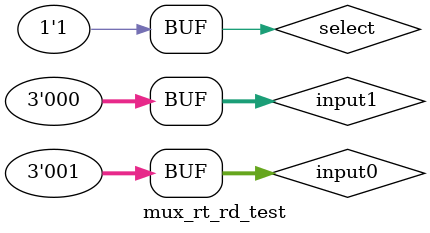
<source format=v>
`timescale 1ns / 1ps


module mux_rt_rd_test;

	// Inputs
	reg [2:0] input1;
	reg [2:0] input0;
	reg select;

	// Outputs
	wire [2:0] out;

	// Instantiate the Unit Under Test (UUT)
	MUX_3_bit uut (
		.input1(input1), 
		.input0(input0), 
		.select(select), 
		.out(out)
	);

	initial begin
		// Initialize Inputs
		input1 = 0;
		input0 = 1;
		select = 0;

		// Wait 100 ns for global reset to finish
		#100;
        select = 1;
		// Add stimulus here

	end
      
endmodule


</source>
